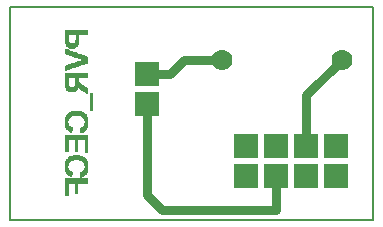
<source format=gbr>
G04 PROTEUS GERBER X2 FILE*
%TF.GenerationSoftware,Labcenter,Proteus,8.5-SP0-Build22067*%
%TF.CreationDate,2017-03-24T16:45:38+00:00*%
%TF.FileFunction,Copper,L16,Bot*%
%TF.FilePolarity,Positive*%
%TF.Part,Single*%
%FSLAX45Y45*%
%MOMM*%
G01*
%TA.AperFunction,Conductor*%
%ADD10C,0.762000*%
%TA.AperFunction,ComponentPad*%
%ADD11R,2.032000X2.032000*%
%ADD12C,1.778000*%
%TA.AperFunction,Profile*%
%ADD13C,0.203200*%
%TA.AperFunction,NonConductor*%
%ADD14C,0.063500*%
D10*
X+2486000Y+670000D02*
X+2486000Y+1100000D01*
X+2786000Y+1400000D01*
X+2232000Y+416000D02*
X+2232000Y+127000D01*
X+1267000Y+127000D01*
X+1140000Y+254000D01*
X+1140000Y+1026000D01*
X+1140000Y+1280000D02*
X+1333500Y+1280000D01*
X+1453500Y+1400000D01*
X+1770000Y+1400000D01*
D11*
X+1140000Y+1280000D03*
X+1140000Y+1026000D03*
X+2740000Y+670000D03*
X+2486000Y+670000D03*
X+2232000Y+670000D03*
X+1978000Y+670000D03*
X+1978000Y+416000D03*
X+2232000Y+416000D03*
X+2486000Y+416000D03*
X+2740000Y+416000D03*
D12*
X+1770000Y+1400000D03*
X+2786000Y+1400000D03*
D13*
X-20000Y+40000D02*
X+3050000Y+40000D01*
X+3050000Y+1850000D01*
X-20000Y+1850000D01*
X-20000Y+40000D01*
D14*
X+438900Y+470974D02*
X+438900Y+526854D01*
X+438900Y+846894D02*
X+438900Y+902774D01*
X+443980Y+257614D02*
X+443980Y+394774D01*
X+443980Y+455734D02*
X+443980Y+542094D01*
X+443980Y+623374D02*
X+443980Y+765614D01*
X+443980Y+831654D02*
X+443980Y+918014D01*
X+443980Y+1166934D02*
X+443980Y+1288854D01*
X+443980Y+1314254D02*
X+443980Y+1349814D01*
X+443980Y+1456494D02*
X+443980Y+1492054D01*
X+443980Y+1542854D02*
X+443980Y+1654614D01*
X+449060Y+257614D02*
X+449060Y+394774D01*
X+449060Y+445574D02*
X+449060Y+552254D01*
X+449060Y+623374D02*
X+449060Y+765614D01*
X+449060Y+821494D02*
X+449060Y+928174D01*
X+449060Y+1156774D02*
X+449060Y+1288854D01*
X+449060Y+1314254D02*
X+449060Y+1354894D01*
X+449060Y+1451414D02*
X+449060Y+1492054D01*
X+449060Y+1527614D02*
X+449060Y+1654614D01*
X+454140Y+257614D02*
X+454140Y+394774D01*
X+454140Y+440494D02*
X+454140Y+557334D01*
X+454140Y+623374D02*
X+454140Y+765614D01*
X+454140Y+816414D02*
X+454140Y+933254D01*
X+454140Y+1146614D02*
X+454140Y+1288854D01*
X+454140Y+1319334D02*
X+454140Y+1354894D01*
X+454140Y+1451414D02*
X+454140Y+1486974D01*
X+454140Y+1517454D02*
X+454140Y+1654614D01*
X+459220Y+257614D02*
X+459220Y+394774D01*
X+459220Y+435414D02*
X+459220Y+562414D01*
X+459220Y+623374D02*
X+459220Y+765614D01*
X+459220Y+811334D02*
X+459220Y+938334D01*
X+459220Y+1141534D02*
X+459220Y+1288854D01*
X+459220Y+1319334D02*
X+459220Y+1354894D01*
X+459220Y+1451414D02*
X+459220Y+1486974D01*
X+459220Y+1512374D02*
X+459220Y+1654614D01*
X+464300Y+257614D02*
X+464300Y+394774D01*
X+464300Y+430334D02*
X+464300Y+486214D01*
X+464300Y+511614D02*
X+464300Y+567494D01*
X+464300Y+623374D02*
X+464300Y+765614D01*
X+464300Y+806254D02*
X+464300Y+862134D01*
X+464300Y+887534D02*
X+464300Y+943414D01*
X+464300Y+1141534D02*
X+464300Y+1288854D01*
X+464300Y+1319334D02*
X+464300Y+1359974D01*
X+464300Y+1446334D02*
X+464300Y+1486974D01*
X+464300Y+1512374D02*
X+464300Y+1654614D01*
X+469380Y+359214D02*
X+469380Y+394774D01*
X+469380Y+425254D02*
X+469380Y+476054D01*
X+469380Y+526854D02*
X+469380Y+572574D01*
X+469380Y+730054D02*
X+469380Y+765614D01*
X+469380Y+801174D02*
X+469380Y+851974D01*
X+469380Y+902774D02*
X+469380Y+948494D01*
X+469380Y+1136454D02*
X+469380Y+1187254D01*
X+469380Y+1253294D02*
X+469380Y+1288854D01*
X+469380Y+1324414D02*
X+469380Y+1359974D01*
X+469380Y+1446334D02*
X+469380Y+1481894D01*
X+469380Y+1507294D02*
X+469380Y+1558094D01*
X+469380Y+1619054D02*
X+469380Y+1654614D01*
X+474460Y+359214D02*
X+474460Y+394774D01*
X+474460Y+420174D02*
X+474460Y+465894D01*
X+474460Y+531934D02*
X+474460Y+577654D01*
X+474460Y+730054D02*
X+474460Y+765614D01*
X+474460Y+796094D02*
X+474460Y+841814D01*
X+474460Y+907854D02*
X+474460Y+953574D01*
X+474460Y+1136454D02*
X+474460Y+1177094D01*
X+474460Y+1253294D02*
X+474460Y+1288854D01*
X+474460Y+1324414D02*
X+474460Y+1359974D01*
X+474460Y+1441254D02*
X+474460Y+1481894D01*
X+474460Y+1507294D02*
X+474460Y+1547934D01*
X+474460Y+1619054D02*
X+474460Y+1654614D01*
X+479540Y+359214D02*
X+479540Y+394774D01*
X+479540Y+420174D02*
X+479540Y+460814D01*
X+479540Y+537014D02*
X+479540Y+582734D01*
X+479540Y+730054D02*
X+479540Y+765614D01*
X+479540Y+796094D02*
X+479540Y+836734D01*
X+479540Y+912934D02*
X+479540Y+958654D01*
X+479540Y+1131374D02*
X+479540Y+1172014D01*
X+479540Y+1253294D02*
X+479540Y+1288854D01*
X+479540Y+1324414D02*
X+479540Y+1365054D01*
X+479540Y+1441254D02*
X+479540Y+1481894D01*
X+479540Y+1502214D02*
X+479540Y+1542854D01*
X+479540Y+1619054D02*
X+479540Y+1654614D01*
X+484620Y+359214D02*
X+484620Y+394774D01*
X+484620Y+415094D02*
X+484620Y+460814D01*
X+484620Y+542094D02*
X+484620Y+582734D01*
X+484620Y+730054D02*
X+484620Y+765614D01*
X+484620Y+791014D02*
X+484620Y+836734D01*
X+484620Y+918014D02*
X+484620Y+958654D01*
X+484620Y+1131374D02*
X+484620Y+1172014D01*
X+484620Y+1253294D02*
X+484620Y+1288854D01*
X+484620Y+1329494D02*
X+484620Y+1365054D01*
X+484620Y+1441254D02*
X+484620Y+1476814D01*
X+484620Y+1502214D02*
X+484620Y+1542854D01*
X+484620Y+1619054D02*
X+484620Y+1654614D01*
X+489700Y+359214D02*
X+489700Y+394774D01*
X+489700Y+415094D02*
X+489700Y+455734D01*
X+489700Y+547174D02*
X+489700Y+587814D01*
X+489700Y+730054D02*
X+489700Y+765614D01*
X+489700Y+791014D02*
X+489700Y+831654D01*
X+489700Y+923094D02*
X+489700Y+963734D01*
X+489700Y+1131374D02*
X+489700Y+1166934D01*
X+489700Y+1253294D02*
X+489700Y+1288854D01*
X+489700Y+1329494D02*
X+489700Y+1365054D01*
X+489700Y+1436174D02*
X+489700Y+1476814D01*
X+489700Y+1502214D02*
X+489700Y+1537774D01*
X+489700Y+1619054D02*
X+489700Y+1654614D01*
X+494780Y+359214D02*
X+494780Y+394774D01*
X+494780Y+415094D02*
X+494780Y+455734D01*
X+494780Y+547174D02*
X+494780Y+587814D01*
X+494780Y+730054D02*
X+494780Y+765614D01*
X+494780Y+791014D02*
X+494780Y+831654D01*
X+494780Y+923094D02*
X+494780Y+963734D01*
X+494780Y+1131374D02*
X+494780Y+1166934D01*
X+494780Y+1253294D02*
X+494780Y+1288854D01*
X+494780Y+1329494D02*
X+494780Y+1370134D01*
X+494780Y+1436174D02*
X+494780Y+1471734D01*
X+494780Y+1502214D02*
X+494780Y+1537774D01*
X+494780Y+1619054D02*
X+494780Y+1654614D01*
X+499860Y+359214D02*
X+499860Y+394774D01*
X+499860Y+430334D02*
X+499860Y+450654D01*
X+499860Y+552254D02*
X+499860Y+587814D01*
X+499860Y+730054D02*
X+499860Y+765614D01*
X+499860Y+806254D02*
X+499860Y+826574D01*
X+499860Y+928174D02*
X+499860Y+963734D01*
X+499860Y+1131374D02*
X+499860Y+1166934D01*
X+499860Y+1253294D02*
X+499860Y+1288854D01*
X+499860Y+1334574D02*
X+499860Y+1370134D01*
X+499860Y+1436174D02*
X+499860Y+1471734D01*
X+499860Y+1502214D02*
X+499860Y+1537774D01*
X+499860Y+1619054D02*
X+499860Y+1654614D01*
X+504940Y+359214D02*
X+504940Y+394774D01*
X+504940Y+552254D02*
X+504940Y+587814D01*
X+504940Y+730054D02*
X+504940Y+765614D01*
X+504940Y+928174D02*
X+504940Y+963734D01*
X+504940Y+1131374D02*
X+504940Y+1166934D01*
X+504940Y+1253294D02*
X+504940Y+1288854D01*
X+504940Y+1334574D02*
X+504940Y+1370134D01*
X+504940Y+1431094D02*
X+504940Y+1471734D01*
X+504940Y+1502214D02*
X+504940Y+1537774D01*
X+504940Y+1619054D02*
X+504940Y+1654614D01*
X+510020Y+359214D02*
X+510020Y+394774D01*
X+510020Y+552254D02*
X+510020Y+592894D01*
X+510020Y+730054D02*
X+510020Y+765614D01*
X+510020Y+928174D02*
X+510020Y+968814D01*
X+510020Y+1131374D02*
X+510020Y+1172014D01*
X+510020Y+1253294D02*
X+510020Y+1288854D01*
X+510020Y+1334574D02*
X+510020Y+1375214D01*
X+510020Y+1431094D02*
X+510020Y+1466654D01*
X+510020Y+1502214D02*
X+510020Y+1537774D01*
X+510020Y+1619054D02*
X+510020Y+1654614D01*
X+515100Y+359214D02*
X+515100Y+394774D01*
X+515100Y+557334D02*
X+515100Y+592894D01*
X+515100Y+730054D02*
X+515100Y+765614D01*
X+515100Y+933254D02*
X+515100Y+968814D01*
X+515100Y+1131374D02*
X+515100Y+1172014D01*
X+515100Y+1253294D02*
X+515100Y+1288854D01*
X+515100Y+1339654D02*
X+515100Y+1375214D01*
X+515100Y+1431094D02*
X+515100Y+1466654D01*
X+515100Y+1502214D02*
X+515100Y+1542854D01*
X+515100Y+1619054D02*
X+515100Y+1654614D01*
X+520180Y+359214D02*
X+520180Y+394774D01*
X+520180Y+557334D02*
X+520180Y+592894D01*
X+520180Y+730054D02*
X+520180Y+765614D01*
X+520180Y+933254D02*
X+520180Y+968814D01*
X+520180Y+1136454D02*
X+520180Y+1177094D01*
X+520180Y+1253294D02*
X+520180Y+1288854D01*
X+520180Y+1339654D02*
X+520180Y+1375214D01*
X+520180Y+1426014D02*
X+520180Y+1466654D01*
X+520180Y+1507294D02*
X+520180Y+1542854D01*
X+520180Y+1619054D02*
X+520180Y+1654614D01*
X+525260Y+272854D02*
X+525260Y+394774D01*
X+525260Y+557334D02*
X+525260Y+592894D01*
X+525260Y+628454D02*
X+525260Y+765614D01*
X+525260Y+933254D02*
X+525260Y+968814D01*
X+525260Y+1136454D02*
X+525260Y+1187254D01*
X+525260Y+1253294D02*
X+525260Y+1288854D01*
X+525260Y+1339654D02*
X+525260Y+1380294D01*
X+525260Y+1426014D02*
X+525260Y+1461574D01*
X+525260Y+1507294D02*
X+525260Y+1553014D01*
X+525260Y+1619054D02*
X+525260Y+1654614D01*
X+530340Y+272854D02*
X+530340Y+394774D01*
X+530340Y+557334D02*
X+530340Y+592894D01*
X+530340Y+628454D02*
X+530340Y+765614D01*
X+530340Y+933254D02*
X+530340Y+968814D01*
X+530340Y+1141534D02*
X+530340Y+1288854D01*
X+530340Y+1344734D02*
X+530340Y+1380294D01*
X+530340Y+1426014D02*
X+530340Y+1461574D01*
X+530340Y+1507294D02*
X+530340Y+1563174D01*
X+530340Y+1619054D02*
X+530340Y+1654614D01*
X+535420Y+272854D02*
X+535420Y+394774D01*
X+535420Y+557334D02*
X+535420Y+592894D01*
X+535420Y+628454D02*
X+535420Y+765614D01*
X+535420Y+933254D02*
X+535420Y+968814D01*
X+535420Y+1141534D02*
X+535420Y+1288854D01*
X+535420Y+1344734D02*
X+535420Y+1380294D01*
X+535420Y+1420934D02*
X+535420Y+1461574D01*
X+535420Y+1512374D02*
X+535420Y+1654614D01*
X+540500Y+272854D02*
X+540500Y+394774D01*
X+540500Y+557334D02*
X+540500Y+592894D01*
X+540500Y+628454D02*
X+540500Y+765614D01*
X+540500Y+933254D02*
X+540500Y+968814D01*
X+540500Y+1151694D02*
X+540500Y+1288854D01*
X+540500Y+1344734D02*
X+540500Y+1385374D01*
X+540500Y+1420934D02*
X+540500Y+1456494D01*
X+540500Y+1517454D02*
X+540500Y+1654614D01*
X+545580Y+272854D02*
X+545580Y+394774D01*
X+545580Y+557334D02*
X+545580Y+592894D01*
X+545580Y+628454D02*
X+545580Y+765614D01*
X+545580Y+933254D02*
X+545580Y+968814D01*
X+545580Y+1156774D02*
X+545580Y+1288854D01*
X+545580Y+1349814D02*
X+545580Y+1385374D01*
X+545580Y+1420934D02*
X+545580Y+1456494D01*
X+545580Y+1522534D02*
X+545580Y+1654614D01*
X+550660Y+359214D02*
X+550660Y+394774D01*
X+550660Y+557334D02*
X+550660Y+592894D01*
X+550660Y+730054D02*
X+550660Y+765614D01*
X+550660Y+933254D02*
X+550660Y+968814D01*
X+550660Y+1172014D02*
X+550660Y+1288854D01*
X+550660Y+1349814D02*
X+550660Y+1385374D01*
X+550660Y+1415854D02*
X+550660Y+1451414D01*
X+550660Y+1532694D02*
X+550660Y+1654614D01*
X+555740Y+359214D02*
X+555740Y+394774D01*
X+555740Y+557334D02*
X+555740Y+592894D01*
X+555740Y+730054D02*
X+555740Y+765614D01*
X+555740Y+933254D02*
X+555740Y+968814D01*
X+555740Y+1166934D02*
X+555740Y+1212654D01*
X+555740Y+1253294D02*
X+555740Y+1288854D01*
X+555740Y+1349814D02*
X+555740Y+1385374D01*
X+555740Y+1415854D02*
X+555740Y+1451414D01*
X+555740Y+1547934D02*
X+555740Y+1654614D01*
X+560820Y+359214D02*
X+560820Y+394774D01*
X+560820Y+552254D02*
X+560820Y+592894D01*
X+560820Y+730054D02*
X+560820Y+765614D01*
X+560820Y+928174D02*
X+560820Y+968814D01*
X+560820Y+1161854D02*
X+560820Y+1207574D01*
X+560820Y+1253294D02*
X+560820Y+1288854D01*
X+560820Y+1354894D02*
X+560820Y+1390454D01*
X+560820Y+1415854D02*
X+560820Y+1451414D01*
X+560820Y+1619054D02*
X+560820Y+1654614D01*
X+565900Y+359214D02*
X+565900Y+394774D01*
X+565900Y+425254D02*
X+565900Y+445574D01*
X+565900Y+552254D02*
X+565900Y+587814D01*
X+565900Y+730054D02*
X+565900Y+765614D01*
X+565900Y+801174D02*
X+565900Y+821494D01*
X+565900Y+928174D02*
X+565900Y+963734D01*
X+565900Y+1156774D02*
X+565900Y+1202494D01*
X+565900Y+1253294D02*
X+565900Y+1288854D01*
X+565900Y+1354894D02*
X+565900Y+1390454D01*
X+565900Y+1410774D02*
X+565900Y+1446334D01*
X+565900Y+1619054D02*
X+565900Y+1654614D01*
X+570980Y+359214D02*
X+570980Y+394774D01*
X+570980Y+410014D02*
X+570980Y+445574D01*
X+570980Y+552254D02*
X+570980Y+587814D01*
X+570980Y+730054D02*
X+570980Y+765614D01*
X+570980Y+785934D02*
X+570980Y+821494D01*
X+570980Y+928174D02*
X+570980Y+963734D01*
X+570980Y+1151694D02*
X+570980Y+1197414D01*
X+570980Y+1253294D02*
X+570980Y+1288854D01*
X+570980Y+1354894D02*
X+570980Y+1390454D01*
X+570980Y+1410774D02*
X+570980Y+1446334D01*
X+570980Y+1619054D02*
X+570980Y+1654614D01*
X+576060Y+359214D02*
X+576060Y+394774D01*
X+576060Y+410014D02*
X+576060Y+450654D01*
X+576060Y+547174D02*
X+576060Y+587814D01*
X+576060Y+730054D02*
X+576060Y+765614D01*
X+576060Y+785934D02*
X+576060Y+826574D01*
X+576060Y+923094D02*
X+576060Y+963734D01*
X+576060Y+1151694D02*
X+576060Y+1192334D01*
X+576060Y+1253294D02*
X+576060Y+1288854D01*
X+576060Y+1359974D02*
X+576060Y+1395534D01*
X+576060Y+1410774D02*
X+576060Y+1446334D01*
X+576060Y+1619054D02*
X+576060Y+1654614D01*
X+581140Y+359214D02*
X+581140Y+394774D01*
X+581140Y+410014D02*
X+581140Y+450654D01*
X+581140Y+547174D02*
X+581140Y+582734D01*
X+581140Y+730054D02*
X+581140Y+765614D01*
X+581140Y+785934D02*
X+581140Y+826574D01*
X+581140Y+923094D02*
X+581140Y+958654D01*
X+581140Y+1146614D02*
X+581140Y+1187254D01*
X+581140Y+1253294D02*
X+581140Y+1288854D01*
X+581140Y+1359974D02*
X+581140Y+1395534D01*
X+581140Y+1405694D02*
X+581140Y+1441254D01*
X+581140Y+1619054D02*
X+581140Y+1654614D01*
X+586220Y+359214D02*
X+586220Y+394774D01*
X+586220Y+415094D02*
X+586220Y+455734D01*
X+586220Y+542094D02*
X+586220Y+582734D01*
X+586220Y+730054D02*
X+586220Y+765614D01*
X+586220Y+791014D02*
X+586220Y+831654D01*
X+586220Y+918014D02*
X+586220Y+958654D01*
X+586220Y+1141534D02*
X+586220Y+1187254D01*
X+586220Y+1253294D02*
X+586220Y+1288854D01*
X+586220Y+1359974D02*
X+586220Y+1395534D01*
X+586220Y+1405694D02*
X+586220Y+1441254D01*
X+586220Y+1619054D02*
X+586220Y+1654614D01*
X+591300Y+359214D02*
X+591300Y+394774D01*
X+591300Y+415094D02*
X+591300Y+460814D01*
X+591300Y+537014D02*
X+591300Y+577654D01*
X+591300Y+730054D02*
X+591300Y+765614D01*
X+591300Y+791014D02*
X+591300Y+836734D01*
X+591300Y+912934D02*
X+591300Y+953574D01*
X+591300Y+1141534D02*
X+591300Y+1182174D01*
X+591300Y+1253294D02*
X+591300Y+1288854D01*
X+591300Y+1365054D02*
X+591300Y+1436174D01*
X+591300Y+1619054D02*
X+591300Y+1654614D01*
X+596380Y+359214D02*
X+596380Y+394774D01*
X+596380Y+420174D02*
X+596380Y+465894D01*
X+596380Y+531934D02*
X+596380Y+577654D01*
X+596380Y+730054D02*
X+596380Y+765614D01*
X+596380Y+796094D02*
X+596380Y+841814D01*
X+596380Y+907854D02*
X+596380Y+953574D01*
X+596380Y+1136454D02*
X+596380Y+1177094D01*
X+596380Y+1253294D02*
X+596380Y+1288854D01*
X+596380Y+1365054D02*
X+596380Y+1436174D01*
X+596380Y+1619054D02*
X+596380Y+1654614D01*
X+601460Y+359214D02*
X+601460Y+394774D01*
X+601460Y+420174D02*
X+601460Y+470974D01*
X+601460Y+526854D02*
X+601460Y+572574D01*
X+601460Y+730054D02*
X+601460Y+765614D01*
X+601460Y+796094D02*
X+601460Y+846894D01*
X+601460Y+902774D02*
X+601460Y+948494D01*
X+601460Y+1131374D02*
X+601460Y+1177094D01*
X+601460Y+1253294D02*
X+601460Y+1288854D01*
X+601460Y+1365054D02*
X+601460Y+1436174D01*
X+601460Y+1619054D02*
X+601460Y+1654614D01*
X+606540Y+359214D02*
X+606540Y+394774D01*
X+606540Y+425254D02*
X+606540Y+486214D01*
X+606540Y+511614D02*
X+606540Y+572574D01*
X+606540Y+730054D02*
X+606540Y+765614D01*
X+606540Y+801174D02*
X+606540Y+862134D01*
X+606540Y+887534D02*
X+606540Y+948494D01*
X+606540Y+1131374D02*
X+606540Y+1172014D01*
X+606540Y+1253294D02*
X+606540Y+1288854D01*
X+606540Y+1370134D02*
X+606540Y+1431094D01*
X+606540Y+1619054D02*
X+606540Y+1654614D01*
X+611620Y+359214D02*
X+611620Y+394774D01*
X+611620Y+430334D02*
X+611620Y+567494D01*
X+611620Y+618294D02*
X+611620Y+765614D01*
X+611620Y+806254D02*
X+611620Y+943414D01*
X+611620Y+1126294D02*
X+611620Y+1166934D01*
X+611620Y+1253294D02*
X+611620Y+1288854D01*
X+611620Y+1370134D02*
X+611620Y+1431094D01*
X+611620Y+1619054D02*
X+611620Y+1654614D01*
X+616700Y+359214D02*
X+616700Y+394774D01*
X+616700Y+435414D02*
X+616700Y+562414D01*
X+616700Y+618294D02*
X+616700Y+765614D01*
X+616700Y+811334D02*
X+616700Y+938334D01*
X+616700Y+1121214D02*
X+616700Y+1166934D01*
X+616700Y+1253294D02*
X+616700Y+1288854D01*
X+616700Y+1370134D02*
X+616700Y+1431094D01*
X+616700Y+1619054D02*
X+616700Y+1654614D01*
X+621780Y+359214D02*
X+621780Y+394774D01*
X+621780Y+445574D02*
X+621780Y+552254D01*
X+621780Y+618294D02*
X+621780Y+765614D01*
X+621780Y+821494D02*
X+621780Y+928174D01*
X+621780Y+1121214D02*
X+621780Y+1161854D01*
X+621780Y+1253294D02*
X+621780Y+1288854D01*
X+621780Y+1375214D02*
X+621780Y+1426014D01*
X+621780Y+1619054D02*
X+621780Y+1654614D01*
X+626860Y+359214D02*
X+626860Y+394774D01*
X+626860Y+450654D02*
X+626860Y+542094D01*
X+626860Y+618294D02*
X+626860Y+765614D01*
X+626860Y+826574D02*
X+626860Y+918014D01*
X+626860Y+1116134D02*
X+626860Y+1156774D01*
X+626860Y+1253294D02*
X+626860Y+1288854D01*
X+626860Y+1375214D02*
X+626860Y+1426014D01*
X+626860Y+1619054D02*
X+626860Y+1654614D01*
X+631940Y+359214D02*
X+631940Y+394774D01*
X+631940Y+465894D02*
X+631940Y+526854D01*
X+631940Y+618294D02*
X+631940Y+765614D01*
X+631940Y+841814D02*
X+631940Y+902774D01*
X+631940Y+1116134D02*
X+631940Y+1156774D01*
X+631940Y+1253294D02*
X+631940Y+1288854D01*
X+631940Y+1375214D02*
X+631940Y+1426014D01*
X+631940Y+1619054D02*
X+631940Y+1654614D01*
X+652260Y+973894D02*
X+652260Y+1116134D01*
X+657340Y+973894D02*
X+657340Y+1116134D01*
X+662420Y+973894D02*
X+662420Y+1116134D01*
X+667500Y+973894D02*
X+667500Y+1116134D01*
M02*

</source>
